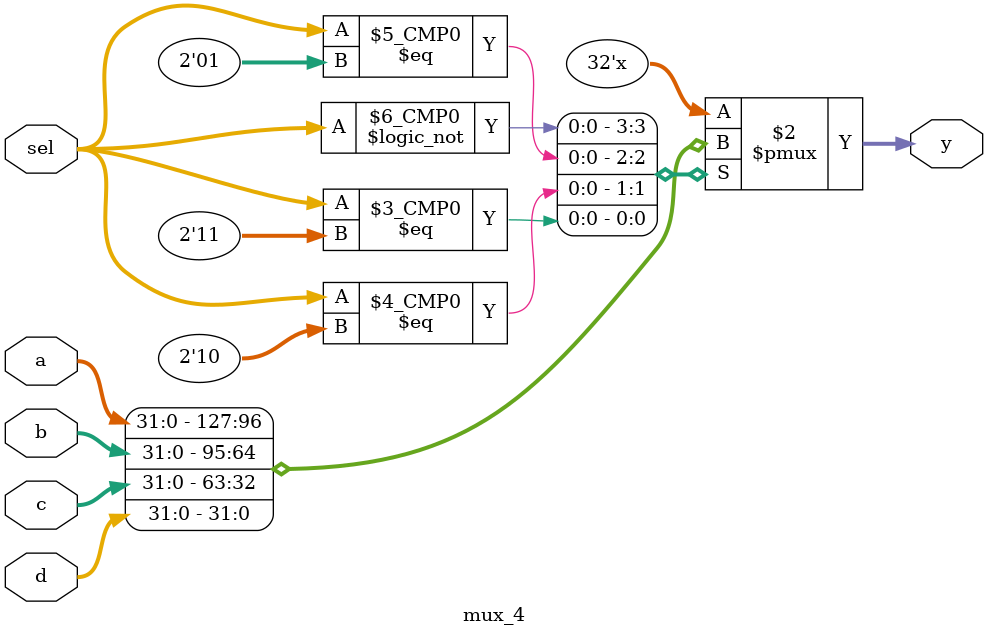
<source format=sv>
`timescale 1ns / 1ps

module mux_4 #(parameter W = 32)(
    input   logic   [1:0]   sel,
    input   logic   [W-1:0] a,
    input   logic   [W-1:0] b,
    input   logic   [W-1:0] c,
    input   logic   [W-1:0] d,
    output  logic   [W-1:0] y
);
    always_comb begin
        case(sel)
            2'b00:   y = a;
            2'b01:   y = b;
            2'b10:   y = c;
            2'b11:   y = d;
            default: y = '0;
        endcase
    end
endmodule
</source>
